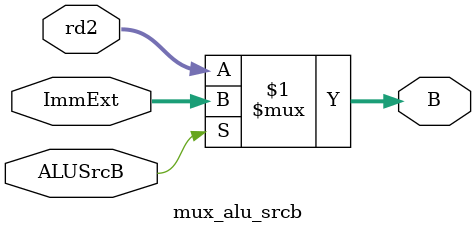
<source format=v>
`timescale 1ns / 1ps
module mux_alu_srcb( 
input  [31:0] rd2, 
input  [31:0] ImmExt, 
input         
ALUSrcB, 
output [31:0] B 
); 
assign B = (ALUSrcB) ? ImmExt : rd2; 
endmodule

</source>
